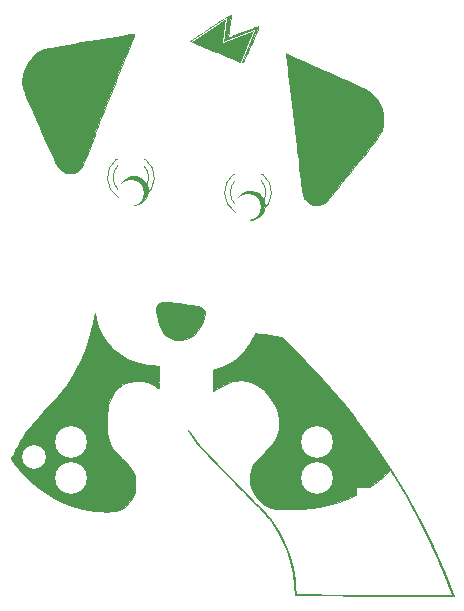
<source format=gbr>
G04 #@! TF.FileFunction,Legend,Top*
%FSLAX46Y46*%
G04 Gerber Fmt 4.6, Leading zero omitted, Abs format (unit mm)*
G04 Created by KiCad (PCBNEW 4.0.7) date 09/19/18 15:31:54*
%MOMM*%
%LPD*%
G01*
G04 APERTURE LIST*
%ADD10C,0.100000*%
%ADD11C,0.120000*%
%ADD12C,0.010000*%
%ADD13C,2.686000*%
%ADD14R,2.200000X2.200000*%
%ADD15C,2.200000*%
%ADD16C,2.000000*%
%ADD17O,2.000000X2.000000*%
%ADD18R,1.797000X1.797000*%
%ADD19C,1.797000*%
G04 APERTURE END LIST*
D10*
D11*
X85708608Y-98802335D02*
G75*
G03X85865516Y-95570000I-1078608J1672335D01*
G01*
X83551392Y-98802335D02*
G75*
G02X83394484Y-95570000I1078608J1672335D01*
G01*
X85709837Y-98171130D02*
G75*
G03X85710000Y-96089039I-1079837J1041130D01*
G01*
X83550163Y-98171130D02*
G75*
G02X83550000Y-96089039I1079837J1041130D01*
G01*
X85866000Y-95570000D02*
X85710000Y-95570000D01*
X83550000Y-95570000D02*
X83394000Y-95570000D01*
X95628608Y-100062335D02*
G75*
G03X95785516Y-96830000I-1078608J1672335D01*
G01*
X93471392Y-100062335D02*
G75*
G02X93314484Y-96830000I1078608J1672335D01*
G01*
X95629837Y-99431130D02*
G75*
G03X95630000Y-97349039I-1079837J1041130D01*
G01*
X93470163Y-99431130D02*
G75*
G02X93470000Y-97349039I1079837J1041130D01*
G01*
X95786000Y-96830000D02*
X95630000Y-96830000D01*
X93470000Y-96830000D02*
X93314000Y-96830000D01*
D12*
G36*
X95251036Y-110310901D02*
X95428989Y-110333207D01*
X95690182Y-110366440D01*
X96013264Y-110407886D01*
X96301771Y-110445110D01*
X97385292Y-110585250D01*
X98841771Y-112078245D01*
X99655159Y-112920084D01*
X100389782Y-113698626D01*
X101062961Y-114433621D01*
X101692015Y-115144817D01*
X102294265Y-115851964D01*
X102887031Y-116574811D01*
X103487633Y-117333106D01*
X103769760Y-117697250D01*
X105217249Y-119672587D01*
X106592202Y-121741443D01*
X107885449Y-123887275D01*
X109087823Y-126093541D01*
X110190156Y-128343699D01*
X111183281Y-130621207D01*
X111784942Y-132159375D01*
X111944808Y-132588000D01*
X109868029Y-132575461D01*
X109421195Y-132572486D01*
X108866155Y-132568334D01*
X108221695Y-132563171D01*
X107506602Y-132557160D01*
X106739661Y-132550464D01*
X105939661Y-132543247D01*
X105125386Y-132535672D01*
X104315624Y-132527904D01*
X103632000Y-132521141D01*
X102901569Y-132513738D01*
X102197178Y-132506471D01*
X101531015Y-132499476D01*
X100915271Y-132492885D01*
X100362136Y-132486833D01*
X99883800Y-132481454D01*
X99492454Y-132476881D01*
X99200287Y-132473247D01*
X99019490Y-132470688D01*
X98990338Y-132470180D01*
X98507927Y-132461000D01*
X98466316Y-131746625D01*
X98339416Y-130646704D01*
X98090020Y-129557638D01*
X97722627Y-128491368D01*
X97241737Y-127459837D01*
X96651848Y-126474984D01*
X96287592Y-125964159D01*
X96189480Y-125848493D01*
X96010417Y-125652205D01*
X95759251Y-125384484D01*
X95444826Y-125054517D01*
X95075989Y-124671492D01*
X94661585Y-124244596D01*
X94210461Y-123783017D01*
X93731463Y-123295942D01*
X93249750Y-122809000D01*
X92752575Y-122306416D01*
X92274989Y-121820784D01*
X91825797Y-121361244D01*
X91413805Y-120936935D01*
X91047820Y-120557000D01*
X90736647Y-120230578D01*
X90489093Y-119966810D01*
X90313964Y-119774838D01*
X90221529Y-119665750D01*
X90031557Y-119406247D01*
X89850793Y-119145456D01*
X89692815Y-118904659D01*
X89571201Y-118705138D01*
X89499530Y-118568174D01*
X89488305Y-118516528D01*
X89533786Y-118551244D01*
X89627489Y-118668444D01*
X89749686Y-118843316D01*
X89757537Y-118855167D01*
X89888336Y-119049385D01*
X90020890Y-119236422D01*
X90163076Y-119424901D01*
X90322774Y-119623447D01*
X90507860Y-119840683D01*
X90726213Y-120085233D01*
X90985711Y-120365722D01*
X91294231Y-120690772D01*
X91659652Y-121069009D01*
X92089851Y-121509056D01*
X92592706Y-122019537D01*
X93176096Y-122609075D01*
X93311331Y-122745500D01*
X93810945Y-123251378D01*
X94292805Y-123743092D01*
X94747829Y-124211125D01*
X95166933Y-124645960D01*
X95541036Y-125038081D01*
X95861055Y-125377970D01*
X96117907Y-125656110D01*
X96302509Y-125862985D01*
X96402069Y-125984000D01*
X97052534Y-126963125D01*
X97589994Y-127984272D01*
X98011321Y-129039034D01*
X98313386Y-130119008D01*
X98493059Y-131215787D01*
X98532885Y-131707802D01*
X98570279Y-132383354D01*
X100482014Y-132421004D01*
X100967367Y-132429782D01*
X101524378Y-132438497D01*
X102142538Y-132447077D01*
X102811336Y-132455446D01*
X103520262Y-132463530D01*
X104258808Y-132471257D01*
X105016462Y-132478551D01*
X105782716Y-132485339D01*
X106547058Y-132491546D01*
X107298980Y-132497099D01*
X108027971Y-132501924D01*
X108723521Y-132505945D01*
X109375121Y-132509091D01*
X109972261Y-132511285D01*
X110504431Y-132512455D01*
X110961120Y-132512526D01*
X111331819Y-132511424D01*
X111606019Y-132509076D01*
X111773208Y-132505406D01*
X111823500Y-132500906D01*
X111800350Y-132423274D01*
X111735819Y-132246775D01*
X111637286Y-131989812D01*
X111512126Y-131670784D01*
X111367720Y-131308093D01*
X111211443Y-130920140D01*
X111050674Y-130525326D01*
X110892790Y-130142051D01*
X110745169Y-129788718D01*
X110615190Y-129483726D01*
X110596411Y-129440386D01*
X110132009Y-128405988D01*
X109624653Y-127338148D01*
X109087554Y-126262060D01*
X108533923Y-125202921D01*
X107976970Y-124185925D01*
X107429908Y-123236267D01*
X106905947Y-122379144D01*
X106837346Y-122271340D01*
X106606396Y-121910305D01*
X106246323Y-122253281D01*
X105541779Y-122853575D01*
X104740199Y-123411668D01*
X103868675Y-123912193D01*
X102954303Y-124339783D01*
X102024177Y-124679071D01*
X101905134Y-124715409D01*
X101245870Y-124891463D01*
X100582416Y-125024235D01*
X99881910Y-125118501D01*
X99111488Y-125179037D01*
X98552000Y-125202734D01*
X97895413Y-125213794D01*
X97347080Y-125200322D01*
X96889900Y-125158173D01*
X96506775Y-125083204D01*
X96180604Y-124971269D01*
X95894287Y-124818225D01*
X95630726Y-124619926D01*
X95449418Y-124450775D01*
X95103662Y-124025009D01*
X94858406Y-123549061D01*
X94720717Y-123044004D01*
X94697663Y-122530909D01*
X94727486Y-122298052D01*
X94793105Y-122002650D01*
X94879919Y-121741481D01*
X95001099Y-121493697D01*
X95169814Y-121238450D01*
X95399235Y-120954893D01*
X95702531Y-120622179D01*
X95945992Y-120369202D01*
X96329137Y-119965375D01*
X96625604Y-119623118D01*
X96846649Y-119323140D01*
X97003524Y-119046151D01*
X97107484Y-118772861D01*
X97169782Y-118483978D01*
X97197533Y-118223899D01*
X97186239Y-117638543D01*
X97075440Y-117067445D01*
X96876247Y-116521377D01*
X96599771Y-116011106D01*
X96257122Y-115547404D01*
X95859411Y-115141040D01*
X95417749Y-114802784D01*
X94943247Y-114543404D01*
X94447015Y-114373672D01*
X93940164Y-114304357D01*
X93433805Y-114346228D01*
X93245400Y-114393064D01*
X93061882Y-114459877D01*
X92802642Y-114570217D01*
X92504085Y-114707976D01*
X92240749Y-114837564D01*
X91966476Y-114973518D01*
X91728689Y-115085004D01*
X91552609Y-115160626D01*
X91463455Y-115188992D01*
X91462874Y-115189000D01*
X91427158Y-115164125D01*
X91402318Y-115078330D01*
X91386699Y-114914855D01*
X91378647Y-114656941D01*
X91376500Y-114314064D01*
X91376500Y-113439129D01*
X91834172Y-113321229D01*
X92520193Y-113080681D01*
X93167327Y-112728773D01*
X93759163Y-112279140D01*
X94279289Y-111745417D01*
X94711295Y-111141240D01*
X94916947Y-110759875D01*
X95023962Y-110546191D01*
X95113416Y-110385972D01*
X95169837Y-110306374D01*
X95177675Y-110302235D01*
X95251036Y-110310901D01*
X95251036Y-110310901D01*
G37*
X95251036Y-110310901D02*
X95428989Y-110333207D01*
X95690182Y-110366440D01*
X96013264Y-110407886D01*
X96301771Y-110445110D01*
X97385292Y-110585250D01*
X98841771Y-112078245D01*
X99655159Y-112920084D01*
X100389782Y-113698626D01*
X101062961Y-114433621D01*
X101692015Y-115144817D01*
X102294265Y-115851964D01*
X102887031Y-116574811D01*
X103487633Y-117333106D01*
X103769760Y-117697250D01*
X105217249Y-119672587D01*
X106592202Y-121741443D01*
X107885449Y-123887275D01*
X109087823Y-126093541D01*
X110190156Y-128343699D01*
X111183281Y-130621207D01*
X111784942Y-132159375D01*
X111944808Y-132588000D01*
X109868029Y-132575461D01*
X109421195Y-132572486D01*
X108866155Y-132568334D01*
X108221695Y-132563171D01*
X107506602Y-132557160D01*
X106739661Y-132550464D01*
X105939661Y-132543247D01*
X105125386Y-132535672D01*
X104315624Y-132527904D01*
X103632000Y-132521141D01*
X102901569Y-132513738D01*
X102197178Y-132506471D01*
X101531015Y-132499476D01*
X100915271Y-132492885D01*
X100362136Y-132486833D01*
X99883800Y-132481454D01*
X99492454Y-132476881D01*
X99200287Y-132473247D01*
X99019490Y-132470688D01*
X98990338Y-132470180D01*
X98507927Y-132461000D01*
X98466316Y-131746625D01*
X98339416Y-130646704D01*
X98090020Y-129557638D01*
X97722627Y-128491368D01*
X97241737Y-127459837D01*
X96651848Y-126474984D01*
X96287592Y-125964159D01*
X96189480Y-125848493D01*
X96010417Y-125652205D01*
X95759251Y-125384484D01*
X95444826Y-125054517D01*
X95075989Y-124671492D01*
X94661585Y-124244596D01*
X94210461Y-123783017D01*
X93731463Y-123295942D01*
X93249750Y-122809000D01*
X92752575Y-122306416D01*
X92274989Y-121820784D01*
X91825797Y-121361244D01*
X91413805Y-120936935D01*
X91047820Y-120557000D01*
X90736647Y-120230578D01*
X90489093Y-119966810D01*
X90313964Y-119774838D01*
X90221529Y-119665750D01*
X90031557Y-119406247D01*
X89850793Y-119145456D01*
X89692815Y-118904659D01*
X89571201Y-118705138D01*
X89499530Y-118568174D01*
X89488305Y-118516528D01*
X89533786Y-118551244D01*
X89627489Y-118668444D01*
X89749686Y-118843316D01*
X89757537Y-118855167D01*
X89888336Y-119049385D01*
X90020890Y-119236422D01*
X90163076Y-119424901D01*
X90322774Y-119623447D01*
X90507860Y-119840683D01*
X90726213Y-120085233D01*
X90985711Y-120365722D01*
X91294231Y-120690772D01*
X91659652Y-121069009D01*
X92089851Y-121509056D01*
X92592706Y-122019537D01*
X93176096Y-122609075D01*
X93311331Y-122745500D01*
X93810945Y-123251378D01*
X94292805Y-123743092D01*
X94747829Y-124211125D01*
X95166933Y-124645960D01*
X95541036Y-125038081D01*
X95861055Y-125377970D01*
X96117907Y-125656110D01*
X96302509Y-125862985D01*
X96402069Y-125984000D01*
X97052534Y-126963125D01*
X97589994Y-127984272D01*
X98011321Y-129039034D01*
X98313386Y-130119008D01*
X98493059Y-131215787D01*
X98532885Y-131707802D01*
X98570279Y-132383354D01*
X100482014Y-132421004D01*
X100967367Y-132429782D01*
X101524378Y-132438497D01*
X102142538Y-132447077D01*
X102811336Y-132455446D01*
X103520262Y-132463530D01*
X104258808Y-132471257D01*
X105016462Y-132478551D01*
X105782716Y-132485339D01*
X106547058Y-132491546D01*
X107298980Y-132497099D01*
X108027971Y-132501924D01*
X108723521Y-132505945D01*
X109375121Y-132509091D01*
X109972261Y-132511285D01*
X110504431Y-132512455D01*
X110961120Y-132512526D01*
X111331819Y-132511424D01*
X111606019Y-132509076D01*
X111773208Y-132505406D01*
X111823500Y-132500906D01*
X111800350Y-132423274D01*
X111735819Y-132246775D01*
X111637286Y-131989812D01*
X111512126Y-131670784D01*
X111367720Y-131308093D01*
X111211443Y-130920140D01*
X111050674Y-130525326D01*
X110892790Y-130142051D01*
X110745169Y-129788718D01*
X110615190Y-129483726D01*
X110596411Y-129440386D01*
X110132009Y-128405988D01*
X109624653Y-127338148D01*
X109087554Y-126262060D01*
X108533923Y-125202921D01*
X107976970Y-124185925D01*
X107429908Y-123236267D01*
X106905947Y-122379144D01*
X106837346Y-122271340D01*
X106606396Y-121910305D01*
X106246323Y-122253281D01*
X105541779Y-122853575D01*
X104740199Y-123411668D01*
X103868675Y-123912193D01*
X102954303Y-124339783D01*
X102024177Y-124679071D01*
X101905134Y-124715409D01*
X101245870Y-124891463D01*
X100582416Y-125024235D01*
X99881910Y-125118501D01*
X99111488Y-125179037D01*
X98552000Y-125202734D01*
X97895413Y-125213794D01*
X97347080Y-125200322D01*
X96889900Y-125158173D01*
X96506775Y-125083204D01*
X96180604Y-124971269D01*
X95894287Y-124818225D01*
X95630726Y-124619926D01*
X95449418Y-124450775D01*
X95103662Y-124025009D01*
X94858406Y-123549061D01*
X94720717Y-123044004D01*
X94697663Y-122530909D01*
X94727486Y-122298052D01*
X94793105Y-122002650D01*
X94879919Y-121741481D01*
X95001099Y-121493697D01*
X95169814Y-121238450D01*
X95399235Y-120954893D01*
X95702531Y-120622179D01*
X95945992Y-120369202D01*
X96329137Y-119965375D01*
X96625604Y-119623118D01*
X96846649Y-119323140D01*
X97003524Y-119046151D01*
X97107484Y-118772861D01*
X97169782Y-118483978D01*
X97197533Y-118223899D01*
X97186239Y-117638543D01*
X97075440Y-117067445D01*
X96876247Y-116521377D01*
X96599771Y-116011106D01*
X96257122Y-115547404D01*
X95859411Y-115141040D01*
X95417749Y-114802784D01*
X94943247Y-114543404D01*
X94447015Y-114373672D01*
X93940164Y-114304357D01*
X93433805Y-114346228D01*
X93245400Y-114393064D01*
X93061882Y-114459877D01*
X92802642Y-114570217D01*
X92504085Y-114707976D01*
X92240749Y-114837564D01*
X91966476Y-114973518D01*
X91728689Y-115085004D01*
X91552609Y-115160626D01*
X91463455Y-115188992D01*
X91462874Y-115189000D01*
X91427158Y-115164125D01*
X91402318Y-115078330D01*
X91386699Y-114914855D01*
X91378647Y-114656941D01*
X91376500Y-114314064D01*
X91376500Y-113439129D01*
X91834172Y-113321229D01*
X92520193Y-113080681D01*
X93167327Y-112728773D01*
X93759163Y-112279140D01*
X94279289Y-111745417D01*
X94711295Y-111141240D01*
X94916947Y-110759875D01*
X95023962Y-110546191D01*
X95113416Y-110385972D01*
X95169837Y-110306374D01*
X95177675Y-110302235D01*
X95251036Y-110310901D01*
G36*
X81648293Y-109005439D02*
X81850668Y-109740346D01*
X82164498Y-110428802D01*
X82579043Y-111058955D01*
X83083561Y-111618954D01*
X83667312Y-112096947D01*
X84319555Y-112481082D01*
X85029550Y-112759508D01*
X85058250Y-112768059D01*
X85348686Y-112841459D01*
X85694047Y-112911279D01*
X86022717Y-112963142D01*
X86042500Y-112965636D01*
X86325545Y-113001418D01*
X86590667Y-113036308D01*
X86789335Y-113063889D01*
X86820375Y-113068501D01*
X87058500Y-113104663D01*
X87058500Y-114019831D01*
X87055788Y-114344317D01*
X87048330Y-114618191D01*
X87037143Y-114819059D01*
X87023241Y-114924530D01*
X87016977Y-114935000D01*
X86944664Y-114906158D01*
X86794081Y-114830382D01*
X86597197Y-114723791D01*
X86588352Y-114718858D01*
X86071919Y-114475609D01*
X85579410Y-114341494D01*
X85083339Y-114309519D01*
X84996317Y-114313761D01*
X84468529Y-114408337D01*
X83985415Y-114614866D01*
X83558398Y-114922733D01*
X83198897Y-115321320D01*
X82918334Y-115800014D01*
X82728130Y-116348196D01*
X82706799Y-116441867D01*
X82668516Y-116703222D01*
X82640247Y-117057215D01*
X82622355Y-117469869D01*
X82615205Y-117907208D01*
X82619161Y-118335253D01*
X82634589Y-118720028D01*
X82661852Y-119027557D01*
X82677946Y-119130988D01*
X82737935Y-119386509D01*
X82822805Y-119619029D01*
X82945580Y-119848346D01*
X83119285Y-120094257D01*
X83356943Y-120376560D01*
X83671579Y-120715053D01*
X83823495Y-120872250D01*
X84175557Y-121244843D01*
X84465196Y-121574255D01*
X84681150Y-121847085D01*
X84810628Y-122047000D01*
X84893945Y-122216277D01*
X84947417Y-122365592D01*
X84977598Y-122531406D01*
X84991040Y-122750185D01*
X84994295Y-123058392D01*
X84994304Y-123069073D01*
X84992202Y-123375905D01*
X84980248Y-123594464D01*
X84950693Y-123763456D01*
X84895788Y-123921590D01*
X84807786Y-124107575D01*
X84772500Y-124177081D01*
X84475431Y-124623546D01*
X84088911Y-124982673D01*
X83624130Y-125244480D01*
X83537816Y-125278712D01*
X83344055Y-125341668D01*
X83146247Y-125380704D01*
X82907429Y-125400115D01*
X82590638Y-125404196D01*
X82468242Y-125402985D01*
X82159712Y-125396904D01*
X81880340Y-125387875D01*
X81665406Y-125377235D01*
X81565750Y-125368753D01*
X80461570Y-125164029D01*
X79400637Y-124843940D01*
X78391177Y-124412443D01*
X77441419Y-123873497D01*
X76559590Y-123231057D01*
X75913634Y-122650250D01*
X75636644Y-122364188D01*
X75343288Y-122039625D01*
X75073588Y-121721857D01*
X74911609Y-121516166D01*
X74489610Y-120953582D01*
X74585483Y-120722416D01*
X74693257Y-120493802D01*
X74856025Y-120187741D01*
X75057688Y-119832024D01*
X75282149Y-119454442D01*
X75513310Y-119082787D01*
X75706305Y-118787437D01*
X75957544Y-118426073D01*
X76215173Y-118083759D01*
X76497605Y-117738669D01*
X76823252Y-117368975D01*
X77210529Y-116952848D01*
X77563340Y-116586000D01*
X78436911Y-115622865D01*
X79191553Y-114649407D01*
X79835253Y-113650711D01*
X80375999Y-112611864D01*
X80821778Y-111517953D01*
X81180580Y-110354063D01*
X81396961Y-109428417D01*
X81569311Y-108589084D01*
X81648293Y-109005439D01*
X81648293Y-109005439D01*
G37*
X81648293Y-109005439D02*
X81850668Y-109740346D01*
X82164498Y-110428802D01*
X82579043Y-111058955D01*
X83083561Y-111618954D01*
X83667312Y-112096947D01*
X84319555Y-112481082D01*
X85029550Y-112759508D01*
X85058250Y-112768059D01*
X85348686Y-112841459D01*
X85694047Y-112911279D01*
X86022717Y-112963142D01*
X86042500Y-112965636D01*
X86325545Y-113001418D01*
X86590667Y-113036308D01*
X86789335Y-113063889D01*
X86820375Y-113068501D01*
X87058500Y-113104663D01*
X87058500Y-114019831D01*
X87055788Y-114344317D01*
X87048330Y-114618191D01*
X87037143Y-114819059D01*
X87023241Y-114924530D01*
X87016977Y-114935000D01*
X86944664Y-114906158D01*
X86794081Y-114830382D01*
X86597197Y-114723791D01*
X86588352Y-114718858D01*
X86071919Y-114475609D01*
X85579410Y-114341494D01*
X85083339Y-114309519D01*
X84996317Y-114313761D01*
X84468529Y-114408337D01*
X83985415Y-114614866D01*
X83558398Y-114922733D01*
X83198897Y-115321320D01*
X82918334Y-115800014D01*
X82728130Y-116348196D01*
X82706799Y-116441867D01*
X82668516Y-116703222D01*
X82640247Y-117057215D01*
X82622355Y-117469869D01*
X82615205Y-117907208D01*
X82619161Y-118335253D01*
X82634589Y-118720028D01*
X82661852Y-119027557D01*
X82677946Y-119130988D01*
X82737935Y-119386509D01*
X82822805Y-119619029D01*
X82945580Y-119848346D01*
X83119285Y-120094257D01*
X83356943Y-120376560D01*
X83671579Y-120715053D01*
X83823495Y-120872250D01*
X84175557Y-121244843D01*
X84465196Y-121574255D01*
X84681150Y-121847085D01*
X84810628Y-122047000D01*
X84893945Y-122216277D01*
X84947417Y-122365592D01*
X84977598Y-122531406D01*
X84991040Y-122750185D01*
X84994295Y-123058392D01*
X84994304Y-123069073D01*
X84992202Y-123375905D01*
X84980248Y-123594464D01*
X84950693Y-123763456D01*
X84895788Y-123921590D01*
X84807786Y-124107575D01*
X84772500Y-124177081D01*
X84475431Y-124623546D01*
X84088911Y-124982673D01*
X83624130Y-125244480D01*
X83537816Y-125278712D01*
X83344055Y-125341668D01*
X83146247Y-125380704D01*
X82907429Y-125400115D01*
X82590638Y-125404196D01*
X82468242Y-125402985D01*
X82159712Y-125396904D01*
X81880340Y-125387875D01*
X81665406Y-125377235D01*
X81565750Y-125368753D01*
X80461570Y-125164029D01*
X79400637Y-124843940D01*
X78391177Y-124412443D01*
X77441419Y-123873497D01*
X76559590Y-123231057D01*
X75913634Y-122650250D01*
X75636644Y-122364188D01*
X75343288Y-122039625D01*
X75073588Y-121721857D01*
X74911609Y-121516166D01*
X74489610Y-120953582D01*
X74585483Y-120722416D01*
X74693257Y-120493802D01*
X74856025Y-120187741D01*
X75057688Y-119832024D01*
X75282149Y-119454442D01*
X75513310Y-119082787D01*
X75706305Y-118787437D01*
X75957544Y-118426073D01*
X76215173Y-118083759D01*
X76497605Y-117738669D01*
X76823252Y-117368975D01*
X77210529Y-116952848D01*
X77563340Y-116586000D01*
X78436911Y-115622865D01*
X79191553Y-114649407D01*
X79835253Y-113650711D01*
X80375999Y-112611864D01*
X80821778Y-111517953D01*
X81180580Y-110354063D01*
X81396961Y-109428417D01*
X81569311Y-108589084D01*
X81648293Y-109005439D01*
G36*
X87651682Y-107654296D02*
X87929785Y-107680816D01*
X88295000Y-107723850D01*
X88762758Y-107783127D01*
X89052054Y-107820335D01*
X89519069Y-107881065D01*
X89877163Y-107930157D01*
X90143474Y-107971383D01*
X90335143Y-108008520D01*
X90469307Y-108045342D01*
X90563107Y-108085624D01*
X90633682Y-108133140D01*
X90686388Y-108180286D01*
X90830217Y-108345097D01*
X90905865Y-108514033D01*
X90912014Y-108708957D01*
X90847345Y-108951730D01*
X90710537Y-109264214D01*
X90608878Y-109464519D01*
X90450532Y-109751226D01*
X90288408Y-110017566D01*
X90143764Y-110229992D01*
X90055300Y-110338177D01*
X89688486Y-110628694D01*
X89265313Y-110810333D01*
X88802413Y-110878145D01*
X88371865Y-110839030D01*
X87941715Y-110689828D01*
X87554519Y-110428350D01*
X87275577Y-110129734D01*
X87139480Y-109895458D01*
X87008212Y-109570024D01*
X86892764Y-109189125D01*
X86804122Y-108788451D01*
X86756704Y-108444389D01*
X86742875Y-108233383D01*
X86760670Y-108097558D01*
X86826700Y-107985983D01*
X86948285Y-107857014D01*
X87027766Y-107778806D01*
X87101772Y-107718726D01*
X87185736Y-107676504D01*
X87295089Y-107651871D01*
X87445260Y-107644558D01*
X87651682Y-107654296D01*
X87651682Y-107654296D01*
G37*
X87651682Y-107654296D02*
X87929785Y-107680816D01*
X88295000Y-107723850D01*
X88762758Y-107783127D01*
X89052054Y-107820335D01*
X89519069Y-107881065D01*
X89877163Y-107930157D01*
X90143474Y-107971383D01*
X90335143Y-108008520D01*
X90469307Y-108045342D01*
X90563107Y-108085624D01*
X90633682Y-108133140D01*
X90686388Y-108180286D01*
X90830217Y-108345097D01*
X90905865Y-108514033D01*
X90912014Y-108708957D01*
X90847345Y-108951730D01*
X90710537Y-109264214D01*
X90608878Y-109464519D01*
X90450532Y-109751226D01*
X90288408Y-110017566D01*
X90143764Y-110229992D01*
X90055300Y-110338177D01*
X89688486Y-110628694D01*
X89265313Y-110810333D01*
X88802413Y-110878145D01*
X88371865Y-110839030D01*
X87941715Y-110689828D01*
X87554519Y-110428350D01*
X87275577Y-110129734D01*
X87139480Y-109895458D01*
X87008212Y-109570024D01*
X86892764Y-109189125D01*
X86804122Y-108788451D01*
X86756704Y-108444389D01*
X86742875Y-108233383D01*
X86760670Y-108097558D01*
X86826700Y-107985983D01*
X86948285Y-107857014D01*
X87027766Y-107778806D01*
X87101772Y-107718726D01*
X87185736Y-107676504D01*
X87295089Y-107651871D01*
X87445260Y-107644558D01*
X87651682Y-107654296D01*
G36*
X95948500Y-107918250D02*
X95916750Y-107950000D01*
X95885000Y-107918250D01*
X95916750Y-107886500D01*
X95948500Y-107918250D01*
X95948500Y-107918250D01*
G37*
X95948500Y-107918250D02*
X95916750Y-107950000D01*
X95885000Y-107918250D01*
X95916750Y-107886500D01*
X95948500Y-107918250D01*
G36*
X95192780Y-98349309D02*
X95520223Y-98547475D01*
X95546042Y-98569554D01*
X95789993Y-98851321D01*
X95919950Y-99176961D01*
X95948500Y-99466576D01*
X95893303Y-99860921D01*
X95728757Y-100190995D01*
X95456422Y-100454395D01*
X95218250Y-100590612D01*
X94859290Y-100695665D01*
X94502202Y-100674520D01*
X94265205Y-100592573D01*
X93945799Y-100386101D01*
X93716772Y-100112531D01*
X93579581Y-99794402D01*
X93535685Y-99454249D01*
X93586541Y-99114610D01*
X93733606Y-98798022D01*
X93978339Y-98527022D01*
X94124909Y-98423392D01*
X94468655Y-98284545D01*
X94833435Y-98260759D01*
X95192780Y-98349309D01*
X95192780Y-98349309D01*
G37*
X95192780Y-98349309D02*
X95520223Y-98547475D01*
X95546042Y-98569554D01*
X95789993Y-98851321D01*
X95919950Y-99176961D01*
X95948500Y-99466576D01*
X95893303Y-99860921D01*
X95728757Y-100190995D01*
X95456422Y-100454395D01*
X95218250Y-100590612D01*
X94859290Y-100695665D01*
X94502202Y-100674520D01*
X94265205Y-100592573D01*
X93945799Y-100386101D01*
X93716772Y-100112531D01*
X93579581Y-99794402D01*
X93535685Y-99454249D01*
X93586541Y-99114610D01*
X93733606Y-98798022D01*
X93978339Y-98527022D01*
X94124909Y-98423392D01*
X94468655Y-98284545D01*
X94833435Y-98260759D01*
X95192780Y-98349309D01*
G36*
X85288739Y-97064033D02*
X85594154Y-97231063D01*
X85843736Y-97473948D01*
X86017353Y-97775672D01*
X86094872Y-98119220D01*
X86092013Y-98294225D01*
X86000735Y-98656351D01*
X85814878Y-98963731D01*
X85555459Y-99202457D01*
X85243497Y-99358625D01*
X84900012Y-99418329D01*
X84546022Y-99367662D01*
X84495466Y-99350474D01*
X84201039Y-99189673D01*
X83938709Y-98952345D01*
X83782580Y-98729778D01*
X83721188Y-98525405D01*
X83696605Y-98254764D01*
X83708705Y-97973095D01*
X83757362Y-97735641D01*
X83785006Y-97669272D01*
X83964917Y-97426273D01*
X84220956Y-97208066D01*
X84503153Y-97054562D01*
X84590936Y-97025593D01*
X84947622Y-96989872D01*
X85288739Y-97064033D01*
X85288739Y-97064033D01*
G37*
X85288739Y-97064033D02*
X85594154Y-97231063D01*
X85843736Y-97473948D01*
X86017353Y-97775672D01*
X86094872Y-98119220D01*
X86092013Y-98294225D01*
X86000735Y-98656351D01*
X85814878Y-98963731D01*
X85555459Y-99202457D01*
X85243497Y-99358625D01*
X84900012Y-99418329D01*
X84546022Y-99367662D01*
X84495466Y-99350474D01*
X84201039Y-99189673D01*
X83938709Y-98952345D01*
X83782580Y-98729778D01*
X83721188Y-98525405D01*
X83696605Y-98254764D01*
X83708705Y-97973095D01*
X83757362Y-97735641D01*
X83785006Y-97669272D01*
X83964917Y-97426273D01*
X84220956Y-97208066D01*
X84503153Y-97054562D01*
X84590936Y-97025593D01*
X84947622Y-96989872D01*
X85288739Y-97064033D01*
G36*
X97858093Y-86640362D02*
X98026528Y-86713385D01*
X98269003Y-86823969D01*
X98565485Y-86963017D01*
X98816815Y-87083197D01*
X99193329Y-87262167D01*
X99581538Y-87442373D01*
X99945327Y-87607331D01*
X100248580Y-87740560D01*
X100361750Y-87788281D01*
X100825326Y-87982626D01*
X101324083Y-88197012D01*
X101842693Y-88424382D01*
X102365825Y-88657679D01*
X102878149Y-88889847D01*
X103364335Y-89113828D01*
X103809055Y-89322566D01*
X104196977Y-89509002D01*
X104512773Y-89666081D01*
X104741111Y-89786746D01*
X104860199Y-89859119D01*
X105162560Y-90108904D01*
X105407247Y-90388593D01*
X105623625Y-90735327D01*
X105747603Y-90981531D01*
X105833982Y-91171100D01*
X105891473Y-91328860D01*
X105925932Y-91489243D01*
X105943214Y-91686678D01*
X105949173Y-91955595D01*
X105949750Y-92170250D01*
X105947344Y-92504773D01*
X105936712Y-92745775D01*
X105912726Y-92926698D01*
X105870259Y-93080983D01*
X105804187Y-93242073D01*
X105776141Y-93302829D01*
X105644275Y-93553846D01*
X105490513Y-93803750D01*
X105395141Y-93937097D01*
X105173209Y-94217890D01*
X104902930Y-94557601D01*
X104593736Y-94944559D01*
X104255057Y-95367094D01*
X103896324Y-95813535D01*
X103526968Y-96272211D01*
X103156421Y-96731452D01*
X102794112Y-97179589D01*
X102449473Y-97604950D01*
X102131935Y-97995864D01*
X101850929Y-98340662D01*
X101615885Y-98627674D01*
X101436235Y-98845227D01*
X101321409Y-98981654D01*
X101289559Y-99017608D01*
X101046735Y-99243040D01*
X100814213Y-99374566D01*
X100546787Y-99432505D01*
X100349028Y-99440399D01*
X100062838Y-99418663D01*
X99830966Y-99343258D01*
X99715554Y-99280840D01*
X99521528Y-99134606D01*
X99355022Y-98959846D01*
X99315227Y-98903235D01*
X99285330Y-98851276D01*
X99257879Y-98791263D01*
X99231529Y-98713758D01*
X99204934Y-98609322D01*
X99176750Y-98468514D01*
X99145630Y-98281897D01*
X99110229Y-98040030D01*
X99069201Y-97733475D01*
X99021202Y-97352792D01*
X98964884Y-96888541D01*
X98898904Y-96331284D01*
X98821915Y-95671580D01*
X98732573Y-94899992D01*
X98681343Y-94456250D01*
X98603184Y-93781509D01*
X98521369Y-93080024D01*
X98437283Y-92363315D01*
X98352310Y-91642903D01*
X98267835Y-90930309D01*
X98185241Y-90237054D01*
X98105915Y-89574658D01*
X98031240Y-88954643D01*
X97962601Y-88388529D01*
X97901383Y-87887837D01*
X97848970Y-87464088D01*
X97806746Y-87128803D01*
X97776097Y-86893502D01*
X97758407Y-86769707D01*
X97756028Y-86756874D01*
X97753074Y-86647046D01*
X97783730Y-86613999D01*
X97858093Y-86640362D01*
X97858093Y-86640362D01*
G37*
X97858093Y-86640362D02*
X98026528Y-86713385D01*
X98269003Y-86823969D01*
X98565485Y-86963017D01*
X98816815Y-87083197D01*
X99193329Y-87262167D01*
X99581538Y-87442373D01*
X99945327Y-87607331D01*
X100248580Y-87740560D01*
X100361750Y-87788281D01*
X100825326Y-87982626D01*
X101324083Y-88197012D01*
X101842693Y-88424382D01*
X102365825Y-88657679D01*
X102878149Y-88889847D01*
X103364335Y-89113828D01*
X103809055Y-89322566D01*
X104196977Y-89509002D01*
X104512773Y-89666081D01*
X104741111Y-89786746D01*
X104860199Y-89859119D01*
X105162560Y-90108904D01*
X105407247Y-90388593D01*
X105623625Y-90735327D01*
X105747603Y-90981531D01*
X105833982Y-91171100D01*
X105891473Y-91328860D01*
X105925932Y-91489243D01*
X105943214Y-91686678D01*
X105949173Y-91955595D01*
X105949750Y-92170250D01*
X105947344Y-92504773D01*
X105936712Y-92745775D01*
X105912726Y-92926698D01*
X105870259Y-93080983D01*
X105804187Y-93242073D01*
X105776141Y-93302829D01*
X105644275Y-93553846D01*
X105490513Y-93803750D01*
X105395141Y-93937097D01*
X105173209Y-94217890D01*
X104902930Y-94557601D01*
X104593736Y-94944559D01*
X104255057Y-95367094D01*
X103896324Y-95813535D01*
X103526968Y-96272211D01*
X103156421Y-96731452D01*
X102794112Y-97179589D01*
X102449473Y-97604950D01*
X102131935Y-97995864D01*
X101850929Y-98340662D01*
X101615885Y-98627674D01*
X101436235Y-98845227D01*
X101321409Y-98981654D01*
X101289559Y-99017608D01*
X101046735Y-99243040D01*
X100814213Y-99374566D01*
X100546787Y-99432505D01*
X100349028Y-99440399D01*
X100062838Y-99418663D01*
X99830966Y-99343258D01*
X99715554Y-99280840D01*
X99521528Y-99134606D01*
X99355022Y-98959846D01*
X99315227Y-98903235D01*
X99285330Y-98851276D01*
X99257879Y-98791263D01*
X99231529Y-98713758D01*
X99204934Y-98609322D01*
X99176750Y-98468514D01*
X99145630Y-98281897D01*
X99110229Y-98040030D01*
X99069201Y-97733475D01*
X99021202Y-97352792D01*
X98964884Y-96888541D01*
X98898904Y-96331284D01*
X98821915Y-95671580D01*
X98732573Y-94899992D01*
X98681343Y-94456250D01*
X98603184Y-93781509D01*
X98521369Y-93080024D01*
X98437283Y-92363315D01*
X98352310Y-91642903D01*
X98267835Y-90930309D01*
X98185241Y-90237054D01*
X98105915Y-89574658D01*
X98031240Y-88954643D01*
X97962601Y-88388529D01*
X97901383Y-87887837D01*
X97848970Y-87464088D01*
X97806746Y-87128803D01*
X97776097Y-86893502D01*
X97758407Y-86769707D01*
X97756028Y-86756874D01*
X97753074Y-86647046D01*
X97783730Y-86613999D01*
X97858093Y-86640362D01*
G36*
X84930289Y-84987390D02*
X84899324Y-85074125D01*
X84864618Y-85152155D01*
X84788667Y-85335423D01*
X84676060Y-85612335D01*
X84531385Y-85971295D01*
X84359229Y-86400709D01*
X84164181Y-86888984D01*
X83950827Y-87424524D01*
X83723757Y-87995736D01*
X83487557Y-88591024D01*
X83246816Y-89198795D01*
X83006122Y-89807454D01*
X82770062Y-90405407D01*
X82543224Y-90981060D01*
X82330196Y-91522817D01*
X82135566Y-92019085D01*
X81963922Y-92458269D01*
X81819851Y-92828775D01*
X81707942Y-93119008D01*
X81632782Y-93317375D01*
X81598959Y-93412280D01*
X81597500Y-93418482D01*
X81573544Y-93513380D01*
X81507344Y-93703996D01*
X81407400Y-93969625D01*
X81282210Y-94289564D01*
X81140274Y-94643107D01*
X80990092Y-95009551D01*
X80840162Y-95368191D01*
X80698985Y-95698323D01*
X80575060Y-95979243D01*
X80476886Y-96190247D01*
X80412963Y-96310630D01*
X80406156Y-96320536D01*
X80156246Y-96555379D01*
X79838078Y-96706093D01*
X79485354Y-96764266D01*
X79131777Y-96721489D01*
X78994453Y-96672845D01*
X78695653Y-96495056D01*
X78461962Y-96238457D01*
X78329478Y-96012000D01*
X78233010Y-95813120D01*
X78098306Y-95524706D01*
X77931285Y-95160202D01*
X77737863Y-94733055D01*
X77523958Y-94256708D01*
X77295488Y-93744608D01*
X77058370Y-93210199D01*
X76818521Y-92666926D01*
X76581860Y-92128235D01*
X76354302Y-91607571D01*
X76141767Y-91118380D01*
X75950170Y-90674105D01*
X75785431Y-90288192D01*
X75653466Y-89974087D01*
X75560192Y-89745235D01*
X75511528Y-89615080D01*
X75506780Y-89598500D01*
X75438532Y-89035151D01*
X75484625Y-88475236D01*
X75635698Y-87936178D01*
X75882389Y-87435397D01*
X76215337Y-86990315D01*
X76625181Y-86618355D01*
X77102559Y-86336937D01*
X77302630Y-86256333D01*
X77401154Y-86232897D01*
X77611174Y-86191172D01*
X77918877Y-86133520D01*
X78310448Y-86062302D01*
X78772074Y-85979880D01*
X79289940Y-85888614D01*
X79850234Y-85790866D01*
X80439141Y-85688998D01*
X81042846Y-85585370D01*
X81647538Y-85482344D01*
X82239401Y-85382282D01*
X82804622Y-85287544D01*
X83329386Y-85200491D01*
X83799881Y-85123486D01*
X84202292Y-85058889D01*
X84522806Y-85009062D01*
X84747608Y-84976366D01*
X84862885Y-84963162D01*
X84868760Y-84963000D01*
X84930289Y-84987390D01*
X84930289Y-84987390D01*
G37*
X84930289Y-84987390D02*
X84899324Y-85074125D01*
X84864618Y-85152155D01*
X84788667Y-85335423D01*
X84676060Y-85612335D01*
X84531385Y-85971295D01*
X84359229Y-86400709D01*
X84164181Y-86888984D01*
X83950827Y-87424524D01*
X83723757Y-87995736D01*
X83487557Y-88591024D01*
X83246816Y-89198795D01*
X83006122Y-89807454D01*
X82770062Y-90405407D01*
X82543224Y-90981060D01*
X82330196Y-91522817D01*
X82135566Y-92019085D01*
X81963922Y-92458269D01*
X81819851Y-92828775D01*
X81707942Y-93119008D01*
X81632782Y-93317375D01*
X81598959Y-93412280D01*
X81597500Y-93418482D01*
X81573544Y-93513380D01*
X81507344Y-93703996D01*
X81407400Y-93969625D01*
X81282210Y-94289564D01*
X81140274Y-94643107D01*
X80990092Y-95009551D01*
X80840162Y-95368191D01*
X80698985Y-95698323D01*
X80575060Y-95979243D01*
X80476886Y-96190247D01*
X80412963Y-96310630D01*
X80406156Y-96320536D01*
X80156246Y-96555379D01*
X79838078Y-96706093D01*
X79485354Y-96764266D01*
X79131777Y-96721489D01*
X78994453Y-96672845D01*
X78695653Y-96495056D01*
X78461962Y-96238457D01*
X78329478Y-96012000D01*
X78233010Y-95813120D01*
X78098306Y-95524706D01*
X77931285Y-95160202D01*
X77737863Y-94733055D01*
X77523958Y-94256708D01*
X77295488Y-93744608D01*
X77058370Y-93210199D01*
X76818521Y-92666926D01*
X76581860Y-92128235D01*
X76354302Y-91607571D01*
X76141767Y-91118380D01*
X75950170Y-90674105D01*
X75785431Y-90288192D01*
X75653466Y-89974087D01*
X75560192Y-89745235D01*
X75511528Y-89615080D01*
X75506780Y-89598500D01*
X75438532Y-89035151D01*
X75484625Y-88475236D01*
X75635698Y-87936178D01*
X75882389Y-87435397D01*
X76215337Y-86990315D01*
X76625181Y-86618355D01*
X77102559Y-86336937D01*
X77302630Y-86256333D01*
X77401154Y-86232897D01*
X77611174Y-86191172D01*
X77918877Y-86133520D01*
X78310448Y-86062302D01*
X78772074Y-85979880D01*
X79289940Y-85888614D01*
X79850234Y-85790866D01*
X80439141Y-85688998D01*
X81042846Y-85585370D01*
X81647538Y-85482344D01*
X82239401Y-85382282D01*
X82804622Y-85287544D01*
X83329386Y-85200491D01*
X83799881Y-85123486D01*
X84202292Y-85058889D01*
X84522806Y-85009062D01*
X84747608Y-84976366D01*
X84862885Y-84963162D01*
X84868760Y-84963000D01*
X84930289Y-84987390D01*
G36*
X93076013Y-83406976D02*
X93063092Y-83580324D01*
X93036793Y-83833996D01*
X92999341Y-84145284D01*
X92978130Y-84307944D01*
X92935005Y-84637238D01*
X92899855Y-84918158D01*
X92875330Y-85128482D01*
X92864082Y-85245990D01*
X92864201Y-85262931D01*
X92923940Y-85244928D01*
X93084438Y-85186580D01*
X93328429Y-85094437D01*
X93638645Y-84975047D01*
X93997821Y-84834960D01*
X94142348Y-84778137D01*
X94515649Y-84633661D01*
X94847170Y-84510335D01*
X95119567Y-84414201D01*
X95315498Y-84351298D01*
X95417619Y-84327669D01*
X95428219Y-84330241D01*
X95413531Y-84408515D01*
X95357797Y-84575140D01*
X95272034Y-84802629D01*
X95167256Y-85063492D01*
X95054478Y-85330242D01*
X94944713Y-85575389D01*
X94856617Y-85756750D01*
X94777422Y-85921294D01*
X94666358Y-86166454D01*
X94539879Y-86455397D01*
X94445627Y-86676718D01*
X94330236Y-86945604D01*
X94229513Y-87169904D01*
X94155093Y-87324362D01*
X94120481Y-87382562D01*
X94040088Y-87383519D01*
X93891029Y-87338955D01*
X93821250Y-87310365D01*
X93701811Y-87259273D01*
X93481054Y-87166429D01*
X93175054Y-87038534D01*
X92799889Y-86882285D01*
X92371635Y-86704383D01*
X91906367Y-86511527D01*
X91612107Y-86389760D01*
X89656965Y-85581227D01*
X90056357Y-85302430D01*
X90358238Y-85094065D01*
X90699657Y-84862364D01*
X91065566Y-84617130D01*
X91440916Y-84368170D01*
X91810660Y-84125287D01*
X92159749Y-83898288D01*
X92473134Y-83696976D01*
X92735768Y-83531157D01*
X92932602Y-83410637D01*
X93048588Y-83345219D01*
X93073328Y-83336662D01*
X93076013Y-83406976D01*
X93076013Y-83406976D01*
G37*
X93076013Y-83406976D02*
X93063092Y-83580324D01*
X93036793Y-83833996D01*
X92999341Y-84145284D01*
X92978130Y-84307944D01*
X92935005Y-84637238D01*
X92899855Y-84918158D01*
X92875330Y-85128482D01*
X92864082Y-85245990D01*
X92864201Y-85262931D01*
X92923940Y-85244928D01*
X93084438Y-85186580D01*
X93328429Y-85094437D01*
X93638645Y-84975047D01*
X93997821Y-84834960D01*
X94142348Y-84778137D01*
X94515649Y-84633661D01*
X94847170Y-84510335D01*
X95119567Y-84414201D01*
X95315498Y-84351298D01*
X95417619Y-84327669D01*
X95428219Y-84330241D01*
X95413531Y-84408515D01*
X95357797Y-84575140D01*
X95272034Y-84802629D01*
X95167256Y-85063492D01*
X95054478Y-85330242D01*
X94944713Y-85575389D01*
X94856617Y-85756750D01*
X94777422Y-85921294D01*
X94666358Y-86166454D01*
X94539879Y-86455397D01*
X94445627Y-86676718D01*
X94330236Y-86945604D01*
X94229513Y-87169904D01*
X94155093Y-87324362D01*
X94120481Y-87382562D01*
X94040088Y-87383519D01*
X93891029Y-87338955D01*
X93821250Y-87310365D01*
X93701811Y-87259273D01*
X93481054Y-87166429D01*
X93175054Y-87038534D01*
X92799889Y-86882285D01*
X92371635Y-86704383D01*
X91906367Y-86511527D01*
X91612107Y-86389760D01*
X89656965Y-85581227D01*
X90056357Y-85302430D01*
X90358238Y-85094065D01*
X90699657Y-84862364D01*
X91065566Y-84617130D01*
X91440916Y-84368170D01*
X91810660Y-84125287D01*
X92159749Y-83898288D01*
X92473134Y-83696976D01*
X92735768Y-83531157D01*
X92932602Y-83410637D01*
X93048588Y-83345219D01*
X93073328Y-83336662D01*
X93076013Y-83406976D01*
%LPC*%
D10*
X95069873Y-84624552D02*
X93762074Y-87739917D01*
X92445497Y-85655799D02*
X95069873Y-84624552D01*
X93762074Y-87739917D02*
X89302191Y-85895626D01*
X92705502Y-83640111D02*
X92445497Y-85655799D01*
X89302191Y-85895626D02*
X92705502Y-83640111D01*
D12*
G36*
X87231388Y-112720361D02*
X87412084Y-112742431D01*
X87682745Y-112776438D01*
X88025390Y-112820111D01*
X88422038Y-112871178D01*
X88697267Y-112906866D01*
X89336731Y-112985385D01*
X89868584Y-113040114D01*
X90309697Y-113072422D01*
X90676942Y-113083677D01*
X90850235Y-113081491D01*
X91508297Y-113061750D01*
X91490023Y-115295566D01*
X91484915Y-115888013D01*
X91479725Y-116366850D01*
X91473609Y-116745462D01*
X91465725Y-117037235D01*
X91455230Y-117255557D01*
X91441282Y-117413815D01*
X91423037Y-117525394D01*
X91399654Y-117603681D01*
X91370288Y-117662062D01*
X91338112Y-117708566D01*
X91231345Y-117841841D01*
X91122696Y-117944756D01*
X90994429Y-118021407D01*
X90828809Y-118075893D01*
X90608100Y-118112308D01*
X90314566Y-118134749D01*
X89930472Y-118147313D01*
X89438082Y-118154097D01*
X89408000Y-118154380D01*
X88994690Y-118155817D01*
X88616323Y-118152646D01*
X88294218Y-118145406D01*
X88049696Y-118134631D01*
X87904075Y-118120860D01*
X87881997Y-118115957D01*
X87574213Y-117970111D01*
X87344570Y-117741954D01*
X87293018Y-117665500D01*
X87257035Y-117604493D01*
X87227713Y-117539023D01*
X87204244Y-117455913D01*
X87185818Y-117341986D01*
X87171630Y-117184065D01*
X87160869Y-116968972D01*
X87152729Y-116683532D01*
X87146400Y-116314567D01*
X87141076Y-115848901D01*
X87135948Y-115273356D01*
X87134332Y-115077875D01*
X87131080Y-114543958D01*
X87130263Y-114052189D01*
X87131740Y-113616495D01*
X87135366Y-113250805D01*
X87140999Y-112969046D01*
X87148495Y-112785145D01*
X87157712Y-112713031D01*
X87158637Y-112712500D01*
X87231388Y-112720361D01*
X87231388Y-112720361D01*
G37*
X87231388Y-112720361D02*
X87412084Y-112742431D01*
X87682745Y-112776438D01*
X88025390Y-112820111D01*
X88422038Y-112871178D01*
X88697267Y-112906866D01*
X89336731Y-112985385D01*
X89868584Y-113040114D01*
X90309697Y-113072422D01*
X90676942Y-113083677D01*
X90850235Y-113081491D01*
X91508297Y-113061750D01*
X91490023Y-115295566D01*
X91484915Y-115888013D01*
X91479725Y-116366850D01*
X91473609Y-116745462D01*
X91465725Y-117037235D01*
X91455230Y-117255557D01*
X91441282Y-117413815D01*
X91423037Y-117525394D01*
X91399654Y-117603681D01*
X91370288Y-117662062D01*
X91338112Y-117708566D01*
X91231345Y-117841841D01*
X91122696Y-117944756D01*
X90994429Y-118021407D01*
X90828809Y-118075893D01*
X90608100Y-118112308D01*
X90314566Y-118134749D01*
X89930472Y-118147313D01*
X89438082Y-118154097D01*
X89408000Y-118154380D01*
X88994690Y-118155817D01*
X88616323Y-118152646D01*
X88294218Y-118145406D01*
X88049696Y-118134631D01*
X87904075Y-118120860D01*
X87881997Y-118115957D01*
X87574213Y-117970111D01*
X87344570Y-117741954D01*
X87293018Y-117665500D01*
X87257035Y-117604493D01*
X87227713Y-117539023D01*
X87204244Y-117455913D01*
X87185818Y-117341986D01*
X87171630Y-117184065D01*
X87160869Y-116968972D01*
X87152729Y-116683532D01*
X87146400Y-116314567D01*
X87141076Y-115848901D01*
X87135948Y-115273356D01*
X87134332Y-115077875D01*
X87131080Y-114543958D01*
X87130263Y-114052189D01*
X87131740Y-113616495D01*
X87135366Y-113250805D01*
X87140999Y-112969046D01*
X87148495Y-112785145D01*
X87157712Y-112713031D01*
X87158637Y-112712500D01*
X87231388Y-112720361D01*
G36*
X95562912Y-105150626D02*
X95665658Y-105244542D01*
X95707796Y-105295945D01*
X95819881Y-105433637D01*
X95990533Y-105632687D01*
X96192128Y-105861178D01*
X96313074Y-105995412D01*
X96538764Y-106248693D01*
X96777657Y-106525173D01*
X97016016Y-106807947D01*
X97240104Y-107080110D01*
X97436184Y-107324757D01*
X97590517Y-107524983D01*
X97689368Y-107663884D01*
X97718999Y-107724553D01*
X97718606Y-107725060D01*
X97649123Y-107727610D01*
X97479933Y-107714968D01*
X97237109Y-107689514D01*
X96971464Y-107656875D01*
X96677483Y-107620921D01*
X96426810Y-107594792D01*
X96248011Y-107581174D01*
X96172564Y-107581730D01*
X96188677Y-107634670D01*
X96274059Y-107774020D01*
X96419351Y-107986456D01*
X96615192Y-108258657D01*
X96852223Y-108577301D01*
X97100538Y-108902500D01*
X97371503Y-109254961D01*
X97614875Y-109574861D01*
X97820357Y-109848394D01*
X97977652Y-110061751D01*
X98076462Y-110201125D01*
X98106876Y-110251875D01*
X98098460Y-110273472D01*
X98063063Y-110286059D01*
X97986471Y-110288288D01*
X97854468Y-110278810D01*
X97652840Y-110256278D01*
X97367370Y-110219344D01*
X96983845Y-110166660D01*
X96520000Y-110101398D01*
X96059497Y-110036646D01*
X95578174Y-109969647D01*
X95113525Y-109905573D01*
X94703044Y-109849596D01*
X94408625Y-109810113D01*
X94095881Y-109763811D01*
X93842373Y-109716706D01*
X93669776Y-109673460D01*
X93599766Y-109638731D01*
X93599238Y-109636113D01*
X93623312Y-109562699D01*
X93690958Y-109388449D01*
X93795508Y-109129163D01*
X93930288Y-108800645D01*
X94088628Y-108418696D01*
X94263857Y-107999117D01*
X94449304Y-107557711D01*
X94638298Y-107110279D01*
X94824168Y-106672624D01*
X95000242Y-106260546D01*
X95159850Y-105889847D01*
X95296320Y-105576331D01*
X95402981Y-105335797D01*
X95473163Y-105184049D01*
X95498558Y-105137195D01*
X95562912Y-105150626D01*
X95562912Y-105150626D01*
G37*
X95562912Y-105150626D02*
X95665658Y-105244542D01*
X95707796Y-105295945D01*
X95819881Y-105433637D01*
X95990533Y-105632687D01*
X96192128Y-105861178D01*
X96313074Y-105995412D01*
X96538764Y-106248693D01*
X96777657Y-106525173D01*
X97016016Y-106807947D01*
X97240104Y-107080110D01*
X97436184Y-107324757D01*
X97590517Y-107524983D01*
X97689368Y-107663884D01*
X97718999Y-107724553D01*
X97718606Y-107725060D01*
X97649123Y-107727610D01*
X97479933Y-107714968D01*
X97237109Y-107689514D01*
X96971464Y-107656875D01*
X96677483Y-107620921D01*
X96426810Y-107594792D01*
X96248011Y-107581174D01*
X96172564Y-107581730D01*
X96188677Y-107634670D01*
X96274059Y-107774020D01*
X96419351Y-107986456D01*
X96615192Y-108258657D01*
X96852223Y-108577301D01*
X97100538Y-108902500D01*
X97371503Y-109254961D01*
X97614875Y-109574861D01*
X97820357Y-109848394D01*
X97977652Y-110061751D01*
X98076462Y-110201125D01*
X98106876Y-110251875D01*
X98098460Y-110273472D01*
X98063063Y-110286059D01*
X97986471Y-110288288D01*
X97854468Y-110278810D01*
X97652840Y-110256278D01*
X97367370Y-110219344D01*
X96983845Y-110166660D01*
X96520000Y-110101398D01*
X96059497Y-110036646D01*
X95578174Y-109969647D01*
X95113525Y-109905573D01*
X94703044Y-109849596D01*
X94408625Y-109810113D01*
X94095881Y-109763811D01*
X93842373Y-109716706D01*
X93669776Y-109673460D01*
X93599766Y-109638731D01*
X93599238Y-109636113D01*
X93623312Y-109562699D01*
X93690958Y-109388449D01*
X93795508Y-109129163D01*
X93930288Y-108800645D01*
X94088628Y-108418696D01*
X94263857Y-107999117D01*
X94449304Y-107557711D01*
X94638298Y-107110279D01*
X94824168Y-106672624D01*
X95000242Y-106260546D01*
X95159850Y-105889847D01*
X95296320Y-105576331D01*
X95402981Y-105335797D01*
X95473163Y-105184049D01*
X95498558Y-105137195D01*
X95562912Y-105150626D01*
G36*
X82662186Y-103469019D02*
X82679801Y-103538562D01*
X82712134Y-103717058D01*
X82756736Y-103987627D01*
X82811158Y-104333389D01*
X82872949Y-104737463D01*
X82939659Y-105182967D01*
X83008840Y-105653023D01*
X83078041Y-106130748D01*
X83144813Y-106599263D01*
X83206705Y-107041686D01*
X83261269Y-107441138D01*
X83306054Y-107780737D01*
X83338611Y-108043603D01*
X83356490Y-108212855D01*
X83358718Y-108268735D01*
X83337695Y-108312059D01*
X83276059Y-108333440D01*
X83150564Y-108333667D01*
X82937968Y-108313529D01*
X82740500Y-108289695D01*
X82409475Y-108250449D01*
X82062804Y-108212888D01*
X81762304Y-108183623D01*
X81692750Y-108177642D01*
X81481981Y-108157291D01*
X81197056Y-108125504D01*
X80859482Y-108085127D01*
X80490772Y-108039009D01*
X80112435Y-107989995D01*
X79745983Y-107940934D01*
X79412924Y-107894671D01*
X79134771Y-107854055D01*
X78933033Y-107821931D01*
X78829221Y-107801148D01*
X78820287Y-107797454D01*
X78861717Y-107753727D01*
X78991356Y-107643260D01*
X79196427Y-107476327D01*
X79464151Y-107263196D01*
X79781750Y-107014140D01*
X80136446Y-106739430D01*
X80138805Y-106737614D01*
X80553787Y-106416115D01*
X80874655Y-106162499D01*
X81109677Y-105969507D01*
X81267125Y-105829880D01*
X81355268Y-105736359D01*
X81382375Y-105681684D01*
X81365407Y-105660939D01*
X81256966Y-105636999D01*
X81053193Y-105604478D01*
X80785071Y-105567970D01*
X80535267Y-105537863D01*
X80256069Y-105501472D01*
X80034125Y-105463562D01*
X79893104Y-105428807D01*
X79855214Y-105403585D01*
X79915502Y-105350227D01*
X80057986Y-105239986D01*
X80262197Y-105087581D01*
X80507668Y-104907731D01*
X80773929Y-104715153D01*
X81040514Y-104524566D01*
X81286952Y-104350689D01*
X81492778Y-104208240D01*
X81637521Y-104111937D01*
X81700714Y-104076500D01*
X81700734Y-104076500D01*
X81765805Y-104041572D01*
X81907023Y-103948350D01*
X82098511Y-103814175D01*
X82181722Y-103754134D01*
X82384932Y-103613240D01*
X82548420Y-103512784D01*
X82646695Y-103467888D01*
X82662186Y-103469019D01*
X82662186Y-103469019D01*
G37*
X82662186Y-103469019D02*
X82679801Y-103538562D01*
X82712134Y-103717058D01*
X82756736Y-103987627D01*
X82811158Y-104333389D01*
X82872949Y-104737463D01*
X82939659Y-105182967D01*
X83008840Y-105653023D01*
X83078041Y-106130748D01*
X83144813Y-106599263D01*
X83206705Y-107041686D01*
X83261269Y-107441138D01*
X83306054Y-107780737D01*
X83338611Y-108043603D01*
X83356490Y-108212855D01*
X83358718Y-108268735D01*
X83337695Y-108312059D01*
X83276059Y-108333440D01*
X83150564Y-108333667D01*
X82937968Y-108313529D01*
X82740500Y-108289695D01*
X82409475Y-108250449D01*
X82062804Y-108212888D01*
X81762304Y-108183623D01*
X81692750Y-108177642D01*
X81481981Y-108157291D01*
X81197056Y-108125504D01*
X80859482Y-108085127D01*
X80490772Y-108039009D01*
X80112435Y-107989995D01*
X79745983Y-107940934D01*
X79412924Y-107894671D01*
X79134771Y-107854055D01*
X78933033Y-107821931D01*
X78829221Y-107801148D01*
X78820287Y-107797454D01*
X78861717Y-107753727D01*
X78991356Y-107643260D01*
X79196427Y-107476327D01*
X79464151Y-107263196D01*
X79781750Y-107014140D01*
X80136446Y-106739430D01*
X80138805Y-106737614D01*
X80553787Y-106416115D01*
X80874655Y-106162499D01*
X81109677Y-105969507D01*
X81267125Y-105829880D01*
X81355268Y-105736359D01*
X81382375Y-105681684D01*
X81365407Y-105660939D01*
X81256966Y-105636999D01*
X81053193Y-105604478D01*
X80785071Y-105567970D01*
X80535267Y-105537863D01*
X80256069Y-105501472D01*
X80034125Y-105463562D01*
X79893104Y-105428807D01*
X79855214Y-105403585D01*
X79915502Y-105350227D01*
X80057986Y-105239986D01*
X80262197Y-105087581D01*
X80507668Y-104907731D01*
X80773929Y-104715153D01*
X81040514Y-104524566D01*
X81286952Y-104350689D01*
X81492778Y-104208240D01*
X81637521Y-104111937D01*
X81700714Y-104076500D01*
X81700734Y-104076500D01*
X81765805Y-104041572D01*
X81907023Y-103948350D01*
X82098511Y-103814175D01*
X82181722Y-103754134D01*
X82384932Y-103613240D01*
X82548420Y-103512784D01*
X82646695Y-103467888D01*
X82662186Y-103469019D01*
D13*
X100354000Y-122594000D03*
X79526000Y-122594000D03*
X100354000Y-119546000D03*
X79526000Y-119546000D03*
D14*
X84630000Y-95860000D03*
D15*
X84630000Y-98400000D03*
D14*
X94550000Y-97120000D03*
D15*
X94550000Y-99660000D03*
D16*
X76430000Y-120810000D03*
D17*
X76430000Y-130970000D03*
D18*
X104600000Y-124270000D03*
D19*
X104600000Y-126810000D03*
X104600000Y-129350000D03*
M02*

</source>
